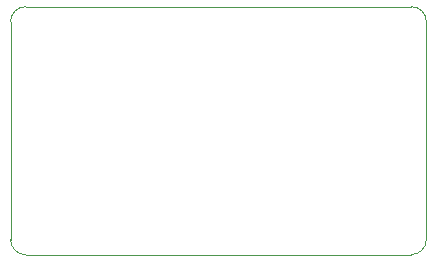
<source format=gbr>
%TF.GenerationSoftware,Altium Limited,Altium Designer,24.1.2 (44)*%
G04 Layer_Color=0*
%FSLAX45Y45*%
%MOMM*%
%TF.SameCoordinates,66D67B9E-EE8B-469C-A6B4-FAA81B9CD0F6*%
%TF.FilePolarity,Positive*%
%TF.FileFunction,Profile,NP*%
%TF.Part,Single*%
G01*
G75*
%TA.AperFunction,Profile*%
%ADD74C,0.02540*%
D74*
X13750000Y5357000D02*
G03*
X13877000Y5230000I127000J0D01*
G01*
X17142999D01*
D02*
G03*
X17270000Y5357000I0J127000D01*
G01*
Y7203000D01*
D02*
G03*
X17142999Y7330000I-127000J0D01*
G01*
X13877000Y7330000D01*
D02*
G03*
X13750000Y7203000I-0J-127000D01*
G01*
X13750000Y5357000D01*
%TF.MD5,8a76dd25d189782ea75b977921229361*%
M02*

</source>
